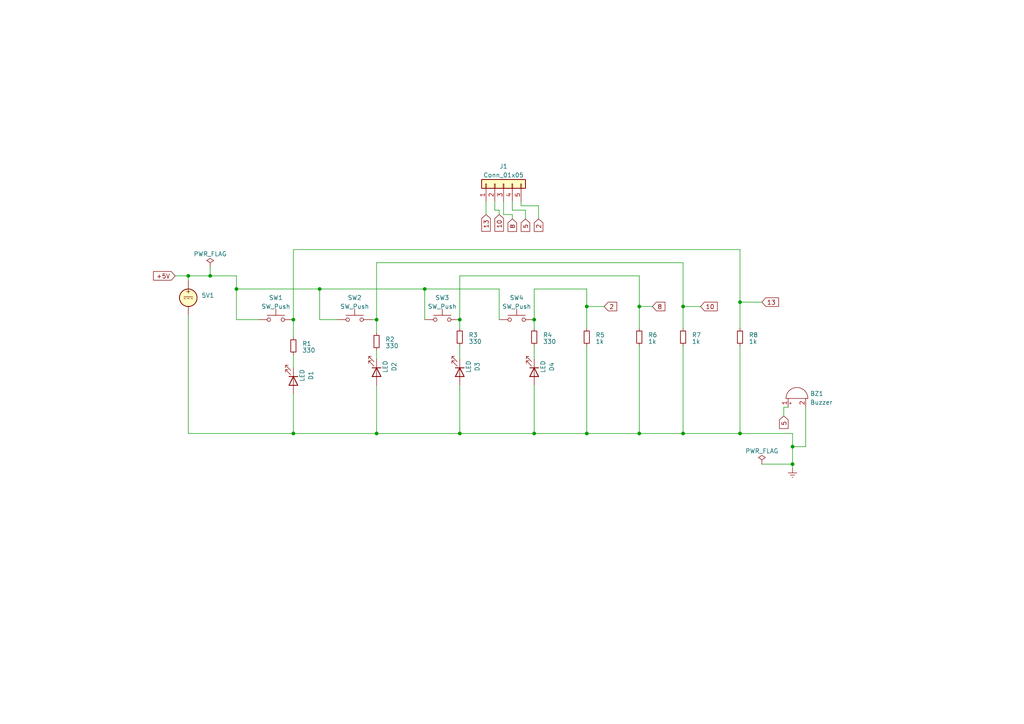
<source format=kicad_sch>
(kicad_sch (version 20230121) (generator eeschema)
  (paper "A4")
  (lib_symbols
    (symbol "Connector_Generic:Conn_01x05" (pin_names (offset 1.016) hide)
      (property "Reference" "J" (at 0 7.62 0))
      (property "Value" "Conn_01x05" (at 0 -7.62 0))
      (symbol "Conn_01x05_1_1"
        (rectangle (start -1.27 -4.953) (end 0 -5.207) (stroke (width 0.1524)))
        (rectangle (start -1.27 -2.413) (end 0 -2.667) (stroke (width 0.1524)))
        (rectangle (start -1.27 0.127) (end 0 -0.127) (stroke (width 0.1524)))
        (rectangle (start -1.27 2.667) (end 0 2.413) (stroke (width 0.1524)))
        (rectangle (start -1.27 5.207) (end 0 4.953) (stroke (width 0.1524)))
        (rectangle (start -1.27 6.35) (end 1.27 -6.35) (stroke (width 0.254)) (fill (type background)))
        (pin passive line (at -5.08 5.08 0) (length 3.81) (name "Pin_1") (number "1"))
        (pin passive line (at -5.08 2.54 0) (length 3.81) (name "Pin_2") (number "2"))
        (pin passive line (at -5.08 0 0) (length 3.81) (name "Pin_3") (number "3"))
        (pin passive line (at -5.08 -2.54 0) (length 3.81) (name "Pin_4") (number "4"))
        (pin passive line (at -5.08 -5.08 0) (length 3.81) (name "Pin_5") (number "5"))
      )
    )
    (symbol "Device:Buzzer" (pin_names (offset 0.0254) hide)
      (property "Reference" "BZ" (at 3.81 1.27 0))
      (property "Value" "Buzzer" (at 3.81 -1.27 0))
      (symbol "Buzzer_0_1"
        (arc (start 0 -3.175) (mid 3.1612 0) (end 0 3.175))
        (polyline (pts (xy -1.651 1.905) (xy -1.143 1.905)))
        (polyline (pts (xy -1.397 2.159) (xy -1.397 1.651)))
        (polyline (pts (xy 0 3.175) (xy 0 -3.175)))
      )
      (symbol "Buzzer_1_1"
        (pin passive line (at -2.54 2.54 0) (length 2.54) (name "-") (number "1"))
        (pin passive line (at -2.54 -2.54 0) (length 2.54) (name "+") (number "2"))
      )
    )
    (symbol "Device:LED" (pin_numbers hide) (pin_names (offset 1.016) hide)
      (property "Reference" "D" (at 0 2.54 0))
      (property "Value" "LED" (at 0 -2.54 0))
      (symbol "LED_0_1"
        (polyline (pts (xy -1.27 -1.27) (xy -1.27 1.27)) (stroke (width 0.254)))
        (polyline (pts (xy -1.27 0) (xy 1.27 0)))
        (polyline (pts (xy 1.27 -1.27) (xy 1.27 1.27) (xy -1.27 0) (xy 1.27 -1.27)) (stroke (width 0.254)))
        (polyline (pts (xy -3.048 -0.762) (xy -4.572 -2.286) (xy -3.81 -2.286) (xy -4.572 -2.286) (xy -4.572 -1.524)))
        (polyline (pts (xy -1.778 -0.762) (xy -3.302 -2.286) (xy -2.54 -2.286) (xy -3.302 -2.286) (xy -3.302 -1.524)))
      )
      (symbol "LED_1_1"
        (pin passive line (at -3.81 0 0) (length 2.54) (name "K") (number "1"))
        (pin passive line (at 3.81 0 180) (length 2.54) (name "A") (number "2"))
      )
    )
    (symbol "Device:R_Small" (pin_numbers hide) (pin_names (offset 0.254) hide)
      (property "Reference" "R" (at 0.762 0.508 0))
      (property "Value" "R_Small" (at 0.762 -1.016 0))
      (symbol "R_Small_0_1"
        (rectangle (start -0.762 1.778) (end 0.762 -1.778) (stroke (width 0.2032)))
      )
      (symbol "R_Small_1_1"
        (pin passive line (at 0 2.54 270) (length 0.762) (name "~") (number "1"))
        (pin passive line (at 0 -2.54 90) (length 0.762) (name "~") (number "2"))
      )
    )
    (symbol "Simulation_SPICE:VDC" (pin_numbers hide) (pin_names (offset 0.0254))
      (property "Reference" "V" (at 2.54 2.54 0))
      (property "Value" "1" (at 2.54 0 0))
      (symbol "VDC_0_0"
        (polyline (pts (xy -1.27 0.254) (xy 1.27 0.254)))
        (polyline (pts (xy -0.762 -0.254) (xy -1.27 -0.254)))
        (polyline (pts (xy 0.254 -0.254) (xy -0.254 -0.254)))
        (polyline (pts (xy 1.27 -0.254) (xy 0.762 -0.254)))
        (text "+" (at 0 1.905 0) (effects (font (size 1.27 1.27))))
      )
      (symbol "VDC_0_1"
        (circle (center 0 0) (radius 2.54) (stroke (width 0.254)) (fill (type background)))
      )
      (symbol "VDC_1_1"
        (pin passive line (at 0 5.08 270) (length 2.54) (name "~") (number "1"))
        (pin passive line (at 0 -5.08 90) (length 2.54) (name "~") (number "2"))
      )
    )
    (symbol "Switch:SW_Push" (pin_numbers hide) (pin_names (offset 1.016) hide)
      (property "Reference" "SW" (at 1.27 2.54 0))
      (property "Value" "SW_Push" (at 0 -1.524 0))
      (symbol "SW_Push_0_1"
        (circle (center -2.032 0) (radius 0.508))
        (polyline (pts (xy 0 1.27) (xy 0 3.048)))
        (polyline (pts (xy 2.54 1.27) (xy -2.54 1.27)))
        (circle (center 2.032 0) (radius 0.508))
        (pin passive line (at -5.08 0 0) (length 2.54) (name "1") (number "1"))
        (pin passive line (at 5.08 0 180) (length 2.54) (name "2") (number "2"))
      )
    )
    (symbol "power:Earth" (power) (pin_names (offset 0))
      (symbol "Earth_0_1"
        (polyline (pts (xy -0.635 -1.905) (xy 0.635 -1.905)))
        (polyline (pts (xy -0.127 -2.54) (xy 0.127 -2.54)))
        (polyline (pts (xy 0 -1.27) (xy 0 0)))
        (polyline (pts (xy 1.27 -1.27) (xy -1.27 -1.27)))
      )
      (symbol "Earth_1_1"
        (pin power_in line (at 0 0 270) (length 0) hide (name "Earth") (number "1"))
      )
    )
    (symbol "power:PWR_FLAG" (power) (pin_numbers hide) (pin_names (offset 0) hide)
      (property "Value" "PWR_FLAG" (at 0 3.81 0))
      (symbol "PWR_FLAG_0_0"
        (pin power_out line (at 0 0 90) (length 0) (name "pwr") (number "1"))
      )
      (symbol "PWR_FLAG_0_1"
        (polyline (pts (xy 0 0) (xy 0 1.27) (xy -1.016 1.905) (xy 0 2.54) (xy 1.016 1.905) (xy 0 1.27)))
      )
    )
  )
  (junction (at 198.12 88.9))
  (junction (at 198.12 125.73))
  (junction (at 170.18 88.9))
  (junction (at 229.87 134.62))
  (junction (at 60.96 80.01))
  (junction (at 133.35 125.73))
  (junction (at 133.35 92.71))
  (junction (at 185.42 88.9))
  (junction (at 85.09 92.71))
  (junction (at 109.22 125.73))
  (junction (at 170.18 125.73))
  (junction (at 85.09 125.73))
  (junction (at 185.42 125.73))
  (junction (at 68.58 83.82))
  (junction (at 229.87 129.54))
  (junction (at 92.71 83.82))
  (junction (at 109.22 92.71))
  (junction (at 154.94 92.71))
  (junction (at 154.94 125.73))
  (junction (at 54.61 80.01))
  (junction (at 123.19 83.82))
  (junction (at 214.63 87.63))
  (junction (at 214.63 125.73))
  (wire (pts (xy 148.59 60.96) (xy 152.4 60.96)))
  (wire (pts (xy 229.87 134.62) (xy 229.87 135.89)))
  (wire (pts (xy 92.71 92.71) (xy 92.71 83.82)))
  (wire (pts (xy 143.51 58.42) (xy 143.51 60.96)))
  (wire (pts (xy 74.93 92.71) (xy 68.58 92.71)))
  (wire (pts (xy 92.71 92.71) (xy 97.79 92.71)))
  (wire (pts (xy 109.22 76.2) (xy 198.12 76.2)))
  (wire (pts (xy 109.22 76.2) (xy 109.22 92.71)))
  (wire (pts (xy 185.42 125.73) (xy 198.12 125.73)))
  (wire (pts (xy 109.22 92.71) (xy 109.22 96.52)))
  (wire (pts (xy 154.94 100.33) (xy 154.94 104.14)))
  (wire (pts (xy 185.42 95.25) (xy 185.42 88.9)))
  (wire (pts (xy 198.12 88.9) (xy 203.2 88.9)))
  (wire (pts (xy 220.98 134.62) (xy 229.87 134.62)))
  (wire (pts (xy 233.68 129.54) (xy 229.87 129.54)))
  (wire (pts (xy 214.63 87.63) (xy 214.63 72.39)))
  (wire (pts (xy 54.61 80.01) (xy 60.96 80.01)))
  (wire (pts (xy 154.94 111.76) (xy 154.94 125.73)))
  (wire (pts (xy 50.8 80.01) (xy 54.61 80.01)))
  (wire (pts (xy 198.12 88.9) (xy 198.12 76.2)))
  (wire (pts (xy 154.94 92.71) (xy 154.94 95.25)))
  (wire (pts (xy 214.63 100.33) (xy 214.63 125.73)))
  (wire (pts (xy 109.22 111.76) (xy 109.22 125.73)))
  (wire (pts (xy 198.12 100.33) (xy 198.12 125.73)))
  (wire (pts (xy 85.09 125.73) (xy 85.09 114.3)))
  (wire (pts (xy 68.58 92.71) (xy 68.58 83.82)))
  (wire (pts (xy 170.18 125.73) (xy 154.94 125.73)))
  (wire (pts (xy 68.58 80.01) (xy 68.58 83.82)))
  (wire (pts (xy 60.96 77.47) (xy 60.96 80.01)))
  (wire (pts (xy 107.95 92.71) (xy 109.22 92.71)))
  (wire (pts (xy 68.58 83.82) (xy 92.71 83.82)))
  (wire (pts (xy 54.61 81.28) (xy 54.61 80.01)))
  (wire (pts (xy 85.09 72.39) (xy 85.09 92.71)))
  (wire (pts (xy 85.09 102.87) (xy 85.09 106.68)))
  (wire (pts (xy 152.4 60.96) (xy 152.4 63.5)))
  (wire (pts (xy 229.87 125.73) (xy 229.87 129.54)))
  (wire (pts (xy 109.22 101.6) (xy 109.22 104.14)))
  (wire (pts (xy 170.18 125.73) (xy 185.42 125.73)))
  (wire (pts (xy 148.59 62.23) (xy 148.59 63.5)))
  (wire (pts (xy 185.42 100.33) (xy 185.42 125.73)))
  (wire (pts (xy 154.94 83.82) (xy 154.94 92.71)))
  (wire (pts (xy 214.63 125.73) (xy 229.87 125.73)))
  (wire (pts (xy 60.96 80.01) (xy 68.58 80.01)))
  (wire (pts (xy 170.18 100.33) (xy 170.18 125.73)))
  (wire (pts (xy 133.35 100.33) (xy 133.35 104.14)))
  (wire (pts (xy 133.35 80.01) (xy 133.35 92.71)))
  (wire (pts (xy 170.18 88.9) (xy 175.26 88.9)))
  (wire (pts (xy 170.18 83.82) (xy 154.94 83.82)))
  (wire (pts (xy 151.13 59.69) (xy 151.13 58.42)))
  (wire (pts (xy 214.63 95.25) (xy 214.63 87.63)))
  (wire (pts (xy 198.12 125.73) (xy 214.63 125.73)))
  (wire (pts (xy 170.18 88.9) (xy 170.18 83.82)))
  (wire (pts (xy 54.61 125.73) (xy 85.09 125.73)))
  (wire (pts (xy 144.78 83.82) (xy 123.19 83.82)))
  (wire (pts (xy 140.97 58.42) (xy 140.97 62.23)))
  (wire (pts (xy 148.59 58.42) (xy 148.59 60.96)))
  (wire (pts (xy 123.19 92.71) (xy 123.19 83.82)))
  (wire (pts (xy 85.09 125.73) (xy 109.22 125.73)))
  (wire (pts (xy 185.42 88.9) (xy 185.42 80.01)))
  (wire (pts (xy 54.61 91.44) (xy 54.61 125.73)))
  (wire (pts (xy 228.6 118.11) (xy 227.33 118.11)))
  (wire (pts (xy 133.35 92.71) (xy 133.35 95.25)))
  (wire (pts (xy 109.22 125.73) (xy 133.35 125.73)))
  (wire (pts (xy 156.21 63.5) (xy 156.21 59.69)))
  (wire (pts (xy 85.09 92.71) (xy 85.09 97.79)))
  (wire (pts (xy 233.68 118.11) (xy 233.68 129.54)))
  (wire (pts (xy 156.21 59.69) (xy 151.13 59.69)))
  (wire (pts (xy 198.12 95.25) (xy 198.12 88.9)))
  (wire (pts (xy 144.78 92.71) (xy 144.78 83.82)))
  (wire (pts (xy 146.05 58.42) (xy 146.05 62.23)))
  (wire (pts (xy 227.33 118.11) (xy 227.33 120.65)))
  (wire (pts (xy 133.35 80.01) (xy 185.42 80.01)))
  (wire (pts (xy 133.35 111.76) (xy 133.35 125.73)))
  (wire (pts (xy 144.78 60.96) (xy 144.78 62.23)))
  (wire (pts (xy 146.05 62.23) (xy 148.59 62.23)))
  (wire (pts (xy 143.51 60.96) (xy 144.78 60.96)))
  (wire (pts (xy 85.09 72.39) (xy 214.63 72.39)))
  (wire (pts (xy 214.63 87.63) (xy 220.98 87.63)))
  (wire (pts (xy 92.71 83.82) (xy 123.19 83.82)))
  (wire (pts (xy 133.35 125.73) (xy 154.94 125.73)))
  (wire (pts (xy 170.18 95.25) (xy 170.18 88.9)))
  (wire (pts (xy 185.42 88.9) (xy 189.23 88.9)))
  (wire (pts (xy 229.87 129.54) (xy 229.87 134.62)))
  (global_label "+5V" (shape input) (at 50.8 80.01 180) (property "Intersheetrefs" "${INTERSHEET_REFS}" (effects hide)))
  (global_label "8" (shape input) (at 189.23 88.9 0) (property "Intersheetrefs" "${INTERSHEET_REFS}" (effects hide)))
  (global_label "5" (shape input) (at 227.33 120.65 270) (property "Intersheetrefs" "${INTERSHEET_REFS}" (effects hide)))
  (global_label "5" (shape input) (at 152.4 63.5 270) (property "Intersheetrefs" "${INTERSHEET_REFS}" (effects hide)))
  (global_label "13" (shape input) (at 220.98 87.63 0) (property "Intersheetrefs" "${INTERSHEET_REFS}" (effects hide)))
  (global_label "2" (shape input) (at 156.21 63.5 270) (property "Intersheetrefs" "${INTERSHEET_REFS}" (effects hide)))
  (global_label "13" (shape input) (at 140.97 62.23 270) (property "Intersheetrefs" "${INTERSHEET_REFS}" (effects hide)))
  (global_label "8" (shape input) (at 148.59 63.5 270) (property "Intersheetrefs" "${INTERSHEET_REFS}" (effects hide)))
  (global_label "2" (shape input) (at 175.26 88.9 0) (property "Intersheetrefs" "${INTERSHEET_REFS}" (effects hide)))
  (global_label "10" (shape input) (at 144.78 62.23 270) (property "Intersheetrefs" "${INTERSHEET_REFS}" (effects hide)))
  (global_label "10" (shape input) (at 203.2 88.9 0) (property "Intersheetrefs" "${INTERSHEET_REFS}" (effects hide)))
  (symbol (lib_id "Connector_Generic:Conn_01x05") (at 146.05 53.34 90) (unit 1)
    (property "Reference" "J1" (at 146.05 48.26 90))
    (property "Value" "Conn_01x05" (at 146.05 50.8 90))
    (property "Footprint" "Connector_PinHeader_2.54mm:PinHeader_1x07_P2.54mm_Vertical" (effects hide))
  )
  (symbol (lib_id "power:PWR_FLAG") (at 220.98 134.62 0) (unit 1)
    (property "Reference" "#FLG02" (effects hide))
    (property "Value" "PWR_FLAG" (at 220.98 130.81 0))
  )
  (symbol (lib_id "Device:R_Small") (at 185.42 97.79 0) (unit 1)
    (property "Reference" "R6" (at 187.96 97.155 0) (effects (justify left)))
    (property "Value" "1k" (at 187.96 99.06 0) (effects (justify left)))
    (property "Footprint" "Resistor_THT:R_Axial_DIN0411_L9.9mm_D3.6mm_P12.70mm_Horizontal" (effects hide))
  )
  (symbol (lib_id "Device:R_Small") (at 109.22 99.06 0) (unit 1)
    (property "Reference" "R2" (at 111.76 98.425 0) (effects (justify left)))
    (property "Value" "330" (at 111.76 100.33 0) (effects (justify left)))
    (property "Footprint" "Resistor_THT:R_Axial_DIN0411_L9.9mm_D3.6mm_P12.70mm_Horizontal" (effects hide))
  )
  (symbol (lib_id "Device:R_Small") (at 214.63 97.79 0) (unit 1)
    (property "Reference" "R8" (at 217.17 97.155 0) (effects (justify left)))
    (property "Value" "1k" (at 217.17 99.06 0) (effects (justify left)))
    (property "Footprint" "Resistor_THT:R_Axial_DIN0411_L9.9mm_D3.6mm_P12.70mm_Horizontal" (effects hide))
  )
  (symbol (lib_id "Device:R_Small") (at 85.09 100.33 0) (unit 1)
    (property "Reference" "R1" (at 87.63 99.695 0) (effects (justify left)))
    (property "Value" "330" (at 87.63 101.6 0) (effects (justify left)))
    (property "Footprint" "Resistor_THT:R_Axial_DIN0411_L9.9mm_D3.6mm_P12.70mm_Horizontal" (effects hide))
  )
  (symbol (lib_id "Switch:SW_Push") (at 80.01 92.71 0) (unit 1)
    (property "Reference" "SW1" (at 80.01 86.36 0))
    (property "Value" "SW_Push" (at 80.01 88.9 0))
    (property "Footprint" "Button_Switch_THT:SW_PUSH_6mm" (effects hide))
  )
  (symbol (lib_id "Switch:SW_Push") (at 102.87 92.71 0) (unit 1)
    (property "Reference" "SW2" (at 102.87 86.36 0))
    (property "Value" "SW_Push" (at 102.87 88.9 0))
    (property "Footprint" "Button_Switch_THT:SW_PUSH_6mm" (effects hide))
  )
  (symbol (lib_id "Device:LED") (at 85.09 110.49 270) (unit 1)
    (property "Reference" "D1" (at 90.17 108.9025 0))
    (property "Value" "LED" (at 87.63 108.9025 0))
    (property "Footprint" "LED_THT:LED_D3.0mm" (effects hide))
  )
  (symbol (lib_id "power:Earth") (at 229.87 135.89 0) (unit 1)
    (property "Reference" "#PWR02" (effects hide))
    (property "Value" "Earth" (effects hide))
    (property "Footprint" "Connector_PinHeader_1.00mm:PinHeader_1x01_P1.00mm_Vertical" (effects hide))
  )
  (symbol (lib_id "Device:Buzzer") (at 231.14 115.57 90) (unit 1)
    (property "Reference" "BZ1" (at 234.95 114.1799 90) (effects (justify right)))
    (property "Value" "Buzzer" (at 234.95 116.7199 90) (effects (justify right)))
    (property "Footprint" "Buzzer_Beeper:Buzzer_15x7.5RM7.6" (effects hide))
  )
  (symbol (lib_id "Device:LED") (at 109.22 107.95 270) (unit 1)
    (property "Reference" "D2" (at 114.3 106.3625 0))
    (property "Value" "LED" (at 111.76 106.3625 0))
    (property "Footprint" "LED_THT:LED_D3.0mm" (effects hide))
  )
  (symbol (lib_id "Device:R_Small") (at 154.94 97.79 0) (unit 1)
    (property "Reference" "R4" (at 157.48 97.155 0) (effects (justify left)))
    (property "Value" "330" (at 157.48 99.06 0) (effects (justify left)))
    (property "Footprint" "Resistor_THT:R_Axial_DIN0411_L9.9mm_D3.6mm_P12.70mm_Horizontal" (effects hide))
  )
  (symbol (lib_id "Simulation_SPICE:VDC") (at 54.61 86.36 0) (unit 1) (on_board no)
    (property "Reference" "5V1" (at 58.42 85.6892 0) (effects (justify left)))
    (property "Value" "5" (effects hide))
    (property "Footprint" "Connector_PinHeader_1.00mm:PinHeader_1x01_P1.00mm_Vertical" (effects hide))
    (property "Sim.Pins" "1=+ 2=-" (effects hide))
    (property "Sim.Type" "DC" (effects hide))
    (property "Sim.Device" "V" (effects hide))
  )
  (symbol (lib_id "power:PWR_FLAG") (at 60.96 77.47 0) (unit 1)
    (property "Reference" "#FLG01" (effects hide))
    (property "Value" "PWR_FLAG" (at 60.96 73.66 0))
  )
  (symbol (lib_id "Device:R_Small") (at 198.12 97.79 0) (unit 1)
    (property "Reference" "R7" (at 200.66 97.155 0) (effects (justify left)))
    (property "Value" "1k" (at 200.66 99.06 0) (effects (justify left)))
    (property "Footprint" "Resistor_THT:R_Axial_DIN0411_L9.9mm_D3.6mm_P12.70mm_Horizontal" (effects hide))
  )
  (symbol (lib_id "Device:LED") (at 154.94 107.95 270) (unit 1)
    (property "Reference" "D4" (at 160.02 106.3625 0))
    (property "Value" "LED" (at 157.48 106.3625 0))
    (property "Footprint" "LED_THT:LED_D3.0mm" (effects hide))
  )
  (symbol (lib_id "Switch:SW_Push") (at 128.27 92.71 0) (unit 1)
    (property "Reference" "SW3" (at 128.27 86.36 0))
    (property "Value" "SW_Push" (at 128.27 88.9 0))
    (property "Footprint" "Button_Switch_THT:SW_PUSH_6mm" (effects hide))
  )
  (symbol (lib_id "Device:LED") (at 133.35 107.95 270) (unit 1)
    (property "Reference" "D3" (at 138.43 106.3625 0))
    (property "Value" "LED" (at 135.89 106.3625 0))
    (property "Footprint" "LED_THT:LED_D3.0mm" (effects hide))
  )
  (symbol (lib_id "Device:R_Small") (at 170.18 97.79 0) (unit 1)
    (property "Reference" "R5" (at 172.72 97.155 0) (effects (justify left)))
    (property "Value" "1k" (at 172.72 99.06 0) (effects (justify left)))
    (property "Footprint" "Resistor_THT:R_Axial_DIN0411_L9.9mm_D3.6mm_P12.70mm_Horizontal" (effects hide))
  )
  (symbol (lib_id "Switch:SW_Push") (at 149.86 92.71 0) (unit 1)
    (property "Reference" "SW4" (at 149.86 86.36 0))
    (property "Value" "SW_Push" (at 149.86 88.9 0))
    (property "Footprint" "Button_Switch_THT:SW_PUSH_6mm" (effects hide))
  )
  (symbol (lib_id "Device:R_Small") (at 133.35 97.79 0) (unit 1)
    (property "Reference" "R3" (at 135.89 97.155 0) (effects (justify left)))
    (property "Value" "330" (at 135.89 99.06 0) (effects (justify left)))
    (property "Footprint" "Resistor_THT:R_Axial_DIN0411_L9.9mm_D3.6mm_P12.70mm_Horizontal" (effects hide))
  )
)
</source>
